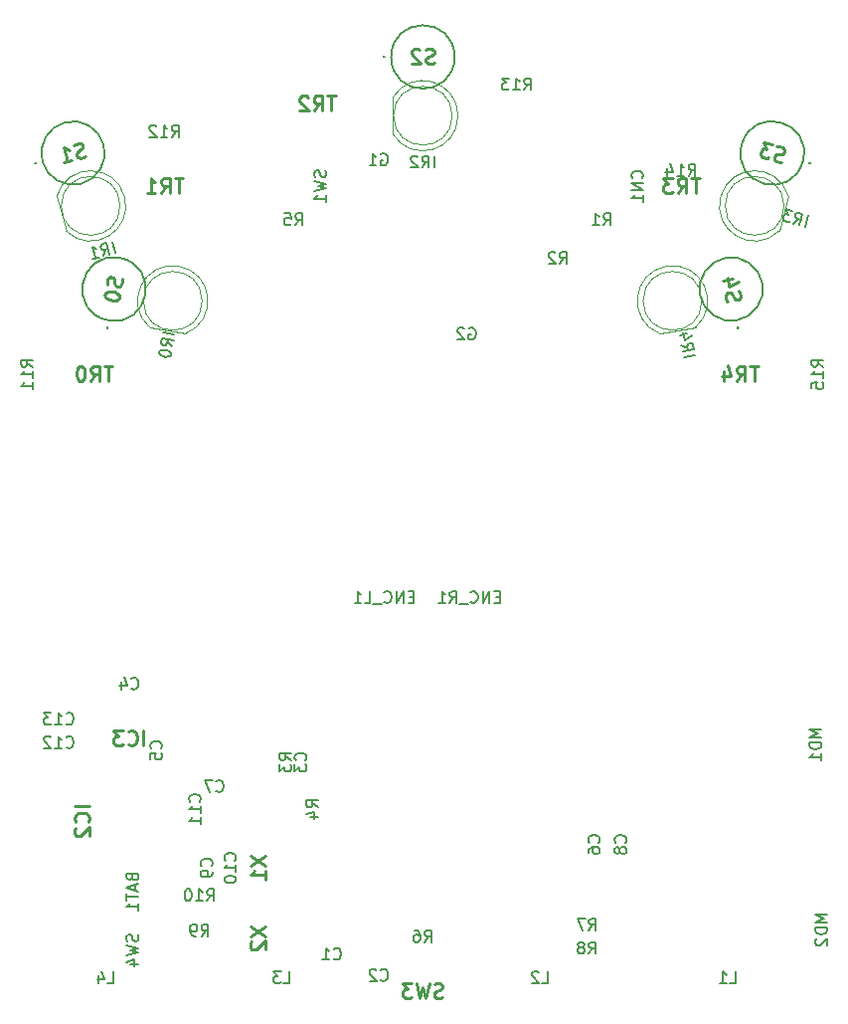
<source format=gbr>
%TF.GenerationSoftware,KiCad,Pcbnew,(5.1.6)-1*%
%TF.CreationDate,2023-05-06T22:04:27+09:00*%
%TF.ProjectId,RX621,52583632-312e-46b6-9963-61645f706362,rev?*%
%TF.SameCoordinates,Original*%
%TF.FileFunction,Legend,Bot*%
%TF.FilePolarity,Positive*%
%FSLAX46Y46*%
G04 Gerber Fmt 4.6, Leading zero omitted, Abs format (unit mm)*
G04 Created by KiCad (PCBNEW (5.1.6)-1) date 2023-05-06 22:04:27*
%MOMM*%
%LPD*%
G01*
G04 APERTURE LIST*
%ADD10C,0.120000*%
%ADD11C,0.200000*%
%ADD12C,0.150000*%
%ADD13C,0.254000*%
G04 APERTURE END LIST*
D10*
%TO.C,IR0*%
X185797522Y-100538688D02*
X182754466Y-100002116D01*
X187220533Y-97749294D02*
G75*
G03*
X187220533Y-97749294I-2500000J0D01*
G01*
X185239287Y-94804639D02*
G75*
G02*
X185797354Y-100538659I-518754J-2944655D01*
G01*
X185240196Y-94804799D02*
G75*
G03*
X182754633Y-100002145I-519663J-2944495D01*
G01*
%TO.C,IR1*%
X175653831Y-91826232D02*
X174854080Y-88841521D01*
X180226726Y-89671300D02*
G75*
G03*
X180226726Y-89671300I-2500000J0D01*
G01*
X180614725Y-88896985D02*
G75*
G02*
X175653787Y-91826068I-2887999J-774315D01*
G01*
X180614965Y-88897877D02*
G75*
G03*
X174854124Y-88841685I-2888239J-773423D01*
G01*
%TO.C,IR2*%
X208520000Y-82000000D02*
G75*
G03*
X208520000Y-82000000I-2500000J0D01*
G01*
X203460000Y-83545000D02*
X203460000Y-80455000D01*
X209010000Y-82000462D02*
G75*
G03*
X203460000Y-80455170I-2990000J462D01*
G01*
X209010000Y-81999538D02*
G75*
G02*
X203460000Y-83544830I-2990000J-462D01*
G01*
%TO.C,IR3*%
X237145920Y-88841521D02*
X236346169Y-91826232D01*
X236773274Y-89671300D02*
G75*
G03*
X236773274Y-89671300I-2500000J0D01*
G01*
X231385035Y-88897877D02*
G75*
G02*
X237145876Y-88841685I2888239J-773423D01*
G01*
X231385275Y-88896985D02*
G75*
G03*
X236346213Y-91826068I2887999J-774315D01*
G01*
%TO.C,IR4*%
X229779467Y-97749294D02*
G75*
G03*
X229779467Y-97749294I-2500000J0D01*
G01*
X229245534Y-100002116D02*
X226202478Y-100538688D01*
X226760713Y-94804639D02*
G75*
G03*
X226202646Y-100538659I518754J-2944655D01*
G01*
X226759804Y-94804799D02*
G75*
G02*
X229245367Y-100002145I519663J-2944495D01*
G01*
D11*
%TO.C,S0*%
X179135339Y-100068096D02*
X179135339Y-100068096D01*
X179152704Y-99969616D02*
X179152704Y-99969616D01*
X179135339Y-100068096D02*
X179135339Y-100068096D01*
X180189383Y-94090313D02*
X180189383Y-94090313D01*
X179251683Y-99408275D02*
X179251683Y-99408275D01*
X180189383Y-94090313D02*
G75*
G03*
X179251683Y-99408275I-468850J-2658981D01*
G01*
X179251683Y-99408275D02*
G75*
G03*
X180189383Y-94090313I468850J2658981D01*
G01*
X179152703Y-99969616D02*
G75*
G03*
X179135339Y-100068096I-8682J-49240D01*
G01*
X179135338Y-100068096D02*
G75*
G03*
X179152704Y-99969616I8683J49240D01*
G01*
X179152703Y-99969616D02*
G75*
G03*
X179135339Y-100068096I-8682J-49240D01*
G01*
%TO.C,S1*%
X173618726Y-85870111D02*
X173618726Y-85870111D01*
X178834726Y-84472488D02*
X178834726Y-84472488D01*
X172971556Y-86043520D02*
X172971556Y-86043520D01*
X173068148Y-86017638D02*
X173068148Y-86017638D01*
X172971556Y-86043520D02*
X172971556Y-86043520D01*
X173068148Y-86017638D02*
G75*
G03*
X172971556Y-86043520I-48296J-12941D01*
G01*
X172971556Y-86043520D02*
G75*
G03*
X173068148Y-86017638I48296J12941D01*
G01*
X173068148Y-86017638D02*
G75*
G03*
X172971556Y-86043520I-48296J-12941D01*
G01*
X173618726Y-85870112D02*
G75*
G03*
X178834726Y-84472488I2608000J698812D01*
G01*
X178834726Y-84472489D02*
G75*
G03*
X173618726Y-85870111I-2608000J-698811D01*
G01*
%TO.C,S2*%
X202650000Y-77000000D02*
X202650000Y-77000000D01*
X202750000Y-77000000D02*
X202750000Y-77000000D01*
X202650000Y-77000000D02*
X202650000Y-77000000D01*
X208720000Y-77000000D02*
X208720000Y-77000000D01*
X203320000Y-77000000D02*
X203320000Y-77000000D01*
X208720000Y-77000000D02*
G75*
G03*
X203320000Y-77000000I-2700000J0D01*
G01*
X203320000Y-77000000D02*
G75*
G03*
X208720000Y-77000000I2700000J0D01*
G01*
X202750000Y-77000000D02*
G75*
G03*
X202650000Y-77000000I-50000J0D01*
G01*
X202650000Y-77000000D02*
G75*
G03*
X202750000Y-77000000I50000J0D01*
G01*
X202750000Y-77000000D02*
G75*
G03*
X202650000Y-77000000I-50000J0D01*
G01*
%TO.C,S3*%
X238381274Y-85870111D02*
X238381274Y-85870111D01*
X233165274Y-84472488D02*
X233165274Y-84472488D01*
X239028444Y-86043520D02*
X239028444Y-86043520D01*
X238931852Y-86017638D02*
X238931852Y-86017638D01*
X239028444Y-86043520D02*
X239028444Y-86043520D01*
X238931852Y-86017638D02*
G75*
G03*
X239028444Y-86043520I48296J-12941D01*
G01*
X239028444Y-86043520D02*
G75*
G03*
X238931852Y-86017638I-48296J12941D01*
G01*
X238931852Y-86017638D02*
G75*
G03*
X239028444Y-86043520I48296J-12941D01*
G01*
X238381274Y-85870112D02*
G75*
G03*
X233165274Y-84472488I-2608000J698812D01*
G01*
X233165274Y-84472489D02*
G75*
G03*
X238381274Y-85870111I2608000J-698811D01*
G01*
%TO.C,S4*%
X232864661Y-100068096D02*
X232864661Y-100068096D01*
X232847296Y-99969616D02*
X232847296Y-99969616D01*
X232864661Y-100068096D02*
X232864661Y-100068096D01*
X231810617Y-94090313D02*
X231810617Y-94090313D01*
X232748317Y-99408275D02*
X232748317Y-99408275D01*
X231810617Y-94090313D02*
G75*
G03*
X232748317Y-99408275I468850J-2658981D01*
G01*
X232748317Y-99408275D02*
G75*
G03*
X231810617Y-94090313I-468850J2658981D01*
G01*
X232847297Y-99969616D02*
G75*
G03*
X232864661Y-100068096I8682J-49240D01*
G01*
X232864662Y-100068096D02*
G75*
G03*
X232847296Y-99969616I-8683J49240D01*
G01*
X232847297Y-99969616D02*
G75*
G03*
X232864661Y-100068096I8682J-49240D01*
G01*
%TO.C,BAT1*%
D12*
X181258571Y-146785714D02*
X181306190Y-146928571D01*
X181353809Y-146976190D01*
X181449047Y-147023809D01*
X181591904Y-147023809D01*
X181687142Y-146976190D01*
X181734761Y-146928571D01*
X181782380Y-146833333D01*
X181782380Y-146452380D01*
X180782380Y-146452380D01*
X180782380Y-146785714D01*
X180830000Y-146880952D01*
X180877619Y-146928571D01*
X180972857Y-146976190D01*
X181068095Y-146976190D01*
X181163333Y-146928571D01*
X181210952Y-146880952D01*
X181258571Y-146785714D01*
X181258571Y-146452380D01*
X181496666Y-147404761D02*
X181496666Y-147880952D01*
X181782380Y-147309523D02*
X180782380Y-147642857D01*
X181782380Y-147976190D01*
X180782380Y-148166666D02*
X180782380Y-148738095D01*
X181782380Y-148452380D02*
X180782380Y-148452380D01*
X181782380Y-149595238D02*
X181782380Y-149023809D01*
X181782380Y-149309523D02*
X180782380Y-149309523D01*
X180925238Y-149214285D01*
X181020476Y-149119047D01*
X181068095Y-149023809D01*
%TO.C,C1*%
X198416666Y-153707142D02*
X198464285Y-153754761D01*
X198607142Y-153802380D01*
X198702380Y-153802380D01*
X198845238Y-153754761D01*
X198940476Y-153659523D01*
X198988095Y-153564285D01*
X199035714Y-153373809D01*
X199035714Y-153230952D01*
X198988095Y-153040476D01*
X198940476Y-152945238D01*
X198845238Y-152850000D01*
X198702380Y-152802380D01*
X198607142Y-152802380D01*
X198464285Y-152850000D01*
X198416666Y-152897619D01*
X197464285Y-153802380D02*
X198035714Y-153802380D01*
X197750000Y-153802380D02*
X197750000Y-152802380D01*
X197845238Y-152945238D01*
X197940476Y-153040476D01*
X198035714Y-153088095D01*
%TO.C,C2*%
X202416666Y-155507142D02*
X202464285Y-155554761D01*
X202607142Y-155602380D01*
X202702380Y-155602380D01*
X202845238Y-155554761D01*
X202940476Y-155459523D01*
X202988095Y-155364285D01*
X203035714Y-155173809D01*
X203035714Y-155030952D01*
X202988095Y-154840476D01*
X202940476Y-154745238D01*
X202845238Y-154650000D01*
X202702380Y-154602380D01*
X202607142Y-154602380D01*
X202464285Y-154650000D01*
X202416666Y-154697619D01*
X202035714Y-154697619D02*
X201988095Y-154650000D01*
X201892857Y-154602380D01*
X201654761Y-154602380D01*
X201559523Y-154650000D01*
X201511904Y-154697619D01*
X201464285Y-154792857D01*
X201464285Y-154888095D01*
X201511904Y-155030952D01*
X202083333Y-155602380D01*
X201464285Y-155602380D01*
%TO.C,C3*%
X196007142Y-136833333D02*
X196054761Y-136785714D01*
X196102380Y-136642857D01*
X196102380Y-136547619D01*
X196054761Y-136404761D01*
X195959523Y-136309523D01*
X195864285Y-136261904D01*
X195673809Y-136214285D01*
X195530952Y-136214285D01*
X195340476Y-136261904D01*
X195245238Y-136309523D01*
X195150000Y-136404761D01*
X195102380Y-136547619D01*
X195102380Y-136642857D01*
X195150000Y-136785714D01*
X195197619Y-136833333D01*
X195102380Y-137166666D02*
X195102380Y-137785714D01*
X195483333Y-137452380D01*
X195483333Y-137595238D01*
X195530952Y-137690476D01*
X195578571Y-137738095D01*
X195673809Y-137785714D01*
X195911904Y-137785714D01*
X196007142Y-137738095D01*
X196054761Y-137690476D01*
X196102380Y-137595238D01*
X196102380Y-137309523D01*
X196054761Y-137214285D01*
X196007142Y-137166666D01*
%TO.C,C4*%
X181191666Y-130707142D02*
X181239285Y-130754761D01*
X181382142Y-130802380D01*
X181477380Y-130802380D01*
X181620238Y-130754761D01*
X181715476Y-130659523D01*
X181763095Y-130564285D01*
X181810714Y-130373809D01*
X181810714Y-130230952D01*
X181763095Y-130040476D01*
X181715476Y-129945238D01*
X181620238Y-129850000D01*
X181477380Y-129802380D01*
X181382142Y-129802380D01*
X181239285Y-129850000D01*
X181191666Y-129897619D01*
X180334523Y-130135714D02*
X180334523Y-130802380D01*
X180572619Y-129754761D02*
X180810714Y-130469047D01*
X180191666Y-130469047D01*
%TO.C,C5*%
X183707142Y-135833333D02*
X183754761Y-135785714D01*
X183802380Y-135642857D01*
X183802380Y-135547619D01*
X183754761Y-135404761D01*
X183659523Y-135309523D01*
X183564285Y-135261904D01*
X183373809Y-135214285D01*
X183230952Y-135214285D01*
X183040476Y-135261904D01*
X182945238Y-135309523D01*
X182850000Y-135404761D01*
X182802380Y-135547619D01*
X182802380Y-135642857D01*
X182850000Y-135785714D01*
X182897619Y-135833333D01*
X182802380Y-136738095D02*
X182802380Y-136261904D01*
X183278571Y-136214285D01*
X183230952Y-136261904D01*
X183183333Y-136357142D01*
X183183333Y-136595238D01*
X183230952Y-136690476D01*
X183278571Y-136738095D01*
X183373809Y-136785714D01*
X183611904Y-136785714D01*
X183707142Y-136738095D01*
X183754761Y-136690476D01*
X183802380Y-136595238D01*
X183802380Y-136357142D01*
X183754761Y-136261904D01*
X183707142Y-136214285D01*
%TO.C,C6*%
X221007142Y-143833333D02*
X221054761Y-143785714D01*
X221102380Y-143642857D01*
X221102380Y-143547619D01*
X221054761Y-143404761D01*
X220959523Y-143309523D01*
X220864285Y-143261904D01*
X220673809Y-143214285D01*
X220530952Y-143214285D01*
X220340476Y-143261904D01*
X220245238Y-143309523D01*
X220150000Y-143404761D01*
X220102380Y-143547619D01*
X220102380Y-143642857D01*
X220150000Y-143785714D01*
X220197619Y-143833333D01*
X220102380Y-144690476D02*
X220102380Y-144500000D01*
X220150000Y-144404761D01*
X220197619Y-144357142D01*
X220340476Y-144261904D01*
X220530952Y-144214285D01*
X220911904Y-144214285D01*
X221007142Y-144261904D01*
X221054761Y-144309523D01*
X221102380Y-144404761D01*
X221102380Y-144595238D01*
X221054761Y-144690476D01*
X221007142Y-144738095D01*
X220911904Y-144785714D01*
X220673809Y-144785714D01*
X220578571Y-144738095D01*
X220530952Y-144690476D01*
X220483333Y-144595238D01*
X220483333Y-144404761D01*
X220530952Y-144309523D01*
X220578571Y-144261904D01*
X220673809Y-144214285D01*
%TO.C,C7*%
X188416666Y-139457142D02*
X188464285Y-139504761D01*
X188607142Y-139552380D01*
X188702380Y-139552380D01*
X188845238Y-139504761D01*
X188940476Y-139409523D01*
X188988095Y-139314285D01*
X189035714Y-139123809D01*
X189035714Y-138980952D01*
X188988095Y-138790476D01*
X188940476Y-138695238D01*
X188845238Y-138600000D01*
X188702380Y-138552380D01*
X188607142Y-138552380D01*
X188464285Y-138600000D01*
X188416666Y-138647619D01*
X188083333Y-138552380D02*
X187416666Y-138552380D01*
X187845238Y-139552380D01*
%TO.C,C8*%
X223257142Y-143833333D02*
X223304761Y-143785714D01*
X223352380Y-143642857D01*
X223352380Y-143547619D01*
X223304761Y-143404761D01*
X223209523Y-143309523D01*
X223114285Y-143261904D01*
X222923809Y-143214285D01*
X222780952Y-143214285D01*
X222590476Y-143261904D01*
X222495238Y-143309523D01*
X222400000Y-143404761D01*
X222352380Y-143547619D01*
X222352380Y-143642857D01*
X222400000Y-143785714D01*
X222447619Y-143833333D01*
X222780952Y-144404761D02*
X222733333Y-144309523D01*
X222685714Y-144261904D01*
X222590476Y-144214285D01*
X222542857Y-144214285D01*
X222447619Y-144261904D01*
X222400000Y-144309523D01*
X222352380Y-144404761D01*
X222352380Y-144595238D01*
X222400000Y-144690476D01*
X222447619Y-144738095D01*
X222542857Y-144785714D01*
X222590476Y-144785714D01*
X222685714Y-144738095D01*
X222733333Y-144690476D01*
X222780952Y-144595238D01*
X222780952Y-144404761D01*
X222828571Y-144309523D01*
X222876190Y-144261904D01*
X222971428Y-144214285D01*
X223161904Y-144214285D01*
X223257142Y-144261904D01*
X223304761Y-144309523D01*
X223352380Y-144404761D01*
X223352380Y-144595238D01*
X223304761Y-144690476D01*
X223257142Y-144738095D01*
X223161904Y-144785714D01*
X222971428Y-144785714D01*
X222876190Y-144738095D01*
X222828571Y-144690476D01*
X222780952Y-144595238D01*
%TO.C,C9*%
X188007142Y-145833333D02*
X188054761Y-145785714D01*
X188102380Y-145642857D01*
X188102380Y-145547619D01*
X188054761Y-145404761D01*
X187959523Y-145309523D01*
X187864285Y-145261904D01*
X187673809Y-145214285D01*
X187530952Y-145214285D01*
X187340476Y-145261904D01*
X187245238Y-145309523D01*
X187150000Y-145404761D01*
X187102380Y-145547619D01*
X187102380Y-145642857D01*
X187150000Y-145785714D01*
X187197619Y-145833333D01*
X188102380Y-146309523D02*
X188102380Y-146500000D01*
X188054761Y-146595238D01*
X188007142Y-146642857D01*
X187864285Y-146738095D01*
X187673809Y-146785714D01*
X187292857Y-146785714D01*
X187197619Y-146738095D01*
X187150000Y-146690476D01*
X187102380Y-146595238D01*
X187102380Y-146404761D01*
X187150000Y-146309523D01*
X187197619Y-146261904D01*
X187292857Y-146214285D01*
X187530952Y-146214285D01*
X187626190Y-146261904D01*
X187673809Y-146309523D01*
X187721428Y-146404761D01*
X187721428Y-146595238D01*
X187673809Y-146690476D01*
X187626190Y-146738095D01*
X187530952Y-146785714D01*
%TO.C,C10*%
X190007142Y-145357142D02*
X190054761Y-145309523D01*
X190102380Y-145166666D01*
X190102380Y-145071428D01*
X190054761Y-144928571D01*
X189959523Y-144833333D01*
X189864285Y-144785714D01*
X189673809Y-144738095D01*
X189530952Y-144738095D01*
X189340476Y-144785714D01*
X189245238Y-144833333D01*
X189150000Y-144928571D01*
X189102380Y-145071428D01*
X189102380Y-145166666D01*
X189150000Y-145309523D01*
X189197619Y-145357142D01*
X190102380Y-146309523D02*
X190102380Y-145738095D01*
X190102380Y-146023809D02*
X189102380Y-146023809D01*
X189245238Y-145928571D01*
X189340476Y-145833333D01*
X189388095Y-145738095D01*
X189102380Y-146928571D02*
X189102380Y-147023809D01*
X189150000Y-147119047D01*
X189197619Y-147166666D01*
X189292857Y-147214285D01*
X189483333Y-147261904D01*
X189721428Y-147261904D01*
X189911904Y-147214285D01*
X190007142Y-147166666D01*
X190054761Y-147119047D01*
X190102380Y-147023809D01*
X190102380Y-146928571D01*
X190054761Y-146833333D01*
X190007142Y-146785714D01*
X189911904Y-146738095D01*
X189721428Y-146690476D01*
X189483333Y-146690476D01*
X189292857Y-146738095D01*
X189197619Y-146785714D01*
X189150000Y-146833333D01*
X189102380Y-146928571D01*
%TO.C,C11*%
X187007142Y-140357142D02*
X187054761Y-140309523D01*
X187102380Y-140166666D01*
X187102380Y-140071428D01*
X187054761Y-139928571D01*
X186959523Y-139833333D01*
X186864285Y-139785714D01*
X186673809Y-139738095D01*
X186530952Y-139738095D01*
X186340476Y-139785714D01*
X186245238Y-139833333D01*
X186150000Y-139928571D01*
X186102380Y-140071428D01*
X186102380Y-140166666D01*
X186150000Y-140309523D01*
X186197619Y-140357142D01*
X187102380Y-141309523D02*
X187102380Y-140738095D01*
X187102380Y-141023809D02*
X186102380Y-141023809D01*
X186245238Y-140928571D01*
X186340476Y-140833333D01*
X186388095Y-140738095D01*
X187102380Y-142261904D02*
X187102380Y-141690476D01*
X187102380Y-141976190D02*
X186102380Y-141976190D01*
X186245238Y-141880952D01*
X186340476Y-141785714D01*
X186388095Y-141690476D01*
%TO.C,C12*%
X175642857Y-135707142D02*
X175690476Y-135754761D01*
X175833333Y-135802380D01*
X175928571Y-135802380D01*
X176071428Y-135754761D01*
X176166666Y-135659523D01*
X176214285Y-135564285D01*
X176261904Y-135373809D01*
X176261904Y-135230952D01*
X176214285Y-135040476D01*
X176166666Y-134945238D01*
X176071428Y-134850000D01*
X175928571Y-134802380D01*
X175833333Y-134802380D01*
X175690476Y-134850000D01*
X175642857Y-134897619D01*
X174690476Y-135802380D02*
X175261904Y-135802380D01*
X174976190Y-135802380D02*
X174976190Y-134802380D01*
X175071428Y-134945238D01*
X175166666Y-135040476D01*
X175261904Y-135088095D01*
X174309523Y-134897619D02*
X174261904Y-134850000D01*
X174166666Y-134802380D01*
X173928571Y-134802380D01*
X173833333Y-134850000D01*
X173785714Y-134897619D01*
X173738095Y-134992857D01*
X173738095Y-135088095D01*
X173785714Y-135230952D01*
X174357142Y-135802380D01*
X173738095Y-135802380D01*
%TO.C,C13*%
X175642857Y-133707142D02*
X175690476Y-133754761D01*
X175833333Y-133802380D01*
X175928571Y-133802380D01*
X176071428Y-133754761D01*
X176166666Y-133659523D01*
X176214285Y-133564285D01*
X176261904Y-133373809D01*
X176261904Y-133230952D01*
X176214285Y-133040476D01*
X176166666Y-132945238D01*
X176071428Y-132850000D01*
X175928571Y-132802380D01*
X175833333Y-132802380D01*
X175690476Y-132850000D01*
X175642857Y-132897619D01*
X174690476Y-133802380D02*
X175261904Y-133802380D01*
X174976190Y-133802380D02*
X174976190Y-132802380D01*
X175071428Y-132945238D01*
X175166666Y-133040476D01*
X175261904Y-133088095D01*
X174357142Y-132802380D02*
X173738095Y-132802380D01*
X174071428Y-133183333D01*
X173928571Y-133183333D01*
X173833333Y-133230952D01*
X173785714Y-133278571D01*
X173738095Y-133373809D01*
X173738095Y-133611904D01*
X173785714Y-133707142D01*
X173833333Y-133754761D01*
X173928571Y-133802380D01*
X174214285Y-133802380D01*
X174309523Y-133754761D01*
X174357142Y-133707142D01*
%TO.C,CN1*%
X224687142Y-87309523D02*
X224734761Y-87261904D01*
X224782380Y-87119047D01*
X224782380Y-87023809D01*
X224734761Y-86880952D01*
X224639523Y-86785714D01*
X224544285Y-86738095D01*
X224353809Y-86690476D01*
X224210952Y-86690476D01*
X224020476Y-86738095D01*
X223925238Y-86785714D01*
X223830000Y-86880952D01*
X223782380Y-87023809D01*
X223782380Y-87119047D01*
X223830000Y-87261904D01*
X223877619Y-87309523D01*
X224782380Y-87738095D02*
X223782380Y-87738095D01*
X224782380Y-88309523D01*
X223782380Y-88309523D01*
X224782380Y-89309523D02*
X224782380Y-88738095D01*
X224782380Y-89023809D02*
X223782380Y-89023809D01*
X223925238Y-88928571D01*
X224020476Y-88833333D01*
X224068095Y-88738095D01*
%TO.C,ENC_L1*%
X205250000Y-122928571D02*
X204916666Y-122928571D01*
X204773809Y-123452380D02*
X205250000Y-123452380D01*
X205250000Y-122452380D01*
X204773809Y-122452380D01*
X204345238Y-123452380D02*
X204345238Y-122452380D01*
X203773809Y-123452380D01*
X203773809Y-122452380D01*
X202726190Y-123357142D02*
X202773809Y-123404761D01*
X202916666Y-123452380D01*
X203011904Y-123452380D01*
X203154761Y-123404761D01*
X203250000Y-123309523D01*
X203297619Y-123214285D01*
X203345238Y-123023809D01*
X203345238Y-122880952D01*
X203297619Y-122690476D01*
X203250000Y-122595238D01*
X203154761Y-122500000D01*
X203011904Y-122452380D01*
X202916666Y-122452380D01*
X202773809Y-122500000D01*
X202726190Y-122547619D01*
X202535714Y-123547619D02*
X201773809Y-123547619D01*
X201059523Y-123452380D02*
X201535714Y-123452380D01*
X201535714Y-122452380D01*
X200202380Y-123452380D02*
X200773809Y-123452380D01*
X200488095Y-123452380D02*
X200488095Y-122452380D01*
X200583333Y-122595238D01*
X200678571Y-122690476D01*
X200773809Y-122738095D01*
%TO.C,ENC_R1*%
X212595238Y-122928571D02*
X212261904Y-122928571D01*
X212119047Y-123452380D02*
X212595238Y-123452380D01*
X212595238Y-122452380D01*
X212119047Y-122452380D01*
X211690476Y-123452380D02*
X211690476Y-122452380D01*
X211119047Y-123452380D01*
X211119047Y-122452380D01*
X210071428Y-123357142D02*
X210119047Y-123404761D01*
X210261904Y-123452380D01*
X210357142Y-123452380D01*
X210500000Y-123404761D01*
X210595238Y-123309523D01*
X210642857Y-123214285D01*
X210690476Y-123023809D01*
X210690476Y-122880952D01*
X210642857Y-122690476D01*
X210595238Y-122595238D01*
X210500000Y-122500000D01*
X210357142Y-122452380D01*
X210261904Y-122452380D01*
X210119047Y-122500000D01*
X210071428Y-122547619D01*
X209880952Y-123547619D02*
X209119047Y-123547619D01*
X208309523Y-123452380D02*
X208642857Y-122976190D01*
X208880952Y-123452380D02*
X208880952Y-122452380D01*
X208500000Y-122452380D01*
X208404761Y-122500000D01*
X208357142Y-122547619D01*
X208309523Y-122642857D01*
X208309523Y-122785714D01*
X208357142Y-122880952D01*
X208404761Y-122928571D01*
X208500000Y-122976190D01*
X208880952Y-122976190D01*
X207357142Y-123452380D02*
X207928571Y-123452380D01*
X207642857Y-123452380D02*
X207642857Y-122452380D01*
X207738095Y-122595238D01*
X207833333Y-122690476D01*
X207928571Y-122738095D01*
%TO.C,G1*%
X202464285Y-85270000D02*
X202559523Y-85222380D01*
X202702380Y-85222380D01*
X202845238Y-85270000D01*
X202940476Y-85365238D01*
X202988095Y-85460476D01*
X203035714Y-85650952D01*
X203035714Y-85793809D01*
X202988095Y-85984285D01*
X202940476Y-86079523D01*
X202845238Y-86174761D01*
X202702380Y-86222380D01*
X202607142Y-86222380D01*
X202464285Y-86174761D01*
X202416666Y-86127142D01*
X202416666Y-85793809D01*
X202607142Y-85793809D01*
X201464285Y-86222380D02*
X202035714Y-86222380D01*
X201750000Y-86222380D02*
X201750000Y-85222380D01*
X201845238Y-85365238D01*
X201940476Y-85460476D01*
X202035714Y-85508095D01*
%TO.C,G2*%
X209964285Y-100080000D02*
X210059523Y-100032380D01*
X210202380Y-100032380D01*
X210345238Y-100080000D01*
X210440476Y-100175238D01*
X210488095Y-100270476D01*
X210535714Y-100460952D01*
X210535714Y-100603809D01*
X210488095Y-100794285D01*
X210440476Y-100889523D01*
X210345238Y-100984761D01*
X210202380Y-101032380D01*
X210107142Y-101032380D01*
X209964285Y-100984761D01*
X209916666Y-100937142D01*
X209916666Y-100603809D01*
X210107142Y-100603809D01*
X209535714Y-100127619D02*
X209488095Y-100080000D01*
X209392857Y-100032380D01*
X209154761Y-100032380D01*
X209059523Y-100080000D01*
X209011904Y-100127619D01*
X208964285Y-100222857D01*
X208964285Y-100318095D01*
X209011904Y-100460952D01*
X209583333Y-101032380D01*
X208964285Y-101032380D01*
%TO.C,IC2*%
D13*
X177629523Y-140760238D02*
X176359523Y-140760238D01*
X177508571Y-142090714D02*
X177569047Y-142030238D01*
X177629523Y-141848809D01*
X177629523Y-141727857D01*
X177569047Y-141546428D01*
X177448095Y-141425476D01*
X177327142Y-141365000D01*
X177085238Y-141304523D01*
X176903809Y-141304523D01*
X176661904Y-141365000D01*
X176540952Y-141425476D01*
X176420000Y-141546428D01*
X176359523Y-141727857D01*
X176359523Y-141848809D01*
X176420000Y-142030238D01*
X176480476Y-142090714D01*
X176480476Y-142574523D02*
X176420000Y-142635000D01*
X176359523Y-142755952D01*
X176359523Y-143058333D01*
X176420000Y-143179285D01*
X176480476Y-143239761D01*
X176601428Y-143300238D01*
X176722380Y-143300238D01*
X176903809Y-143239761D01*
X177629523Y-142514047D01*
X177629523Y-143300238D01*
%TO.C,IC3*%
X182239761Y-135574523D02*
X182239761Y-134304523D01*
X180909285Y-135453571D02*
X180969761Y-135514047D01*
X181151190Y-135574523D01*
X181272142Y-135574523D01*
X181453571Y-135514047D01*
X181574523Y-135393095D01*
X181635000Y-135272142D01*
X181695476Y-135030238D01*
X181695476Y-134848809D01*
X181635000Y-134606904D01*
X181574523Y-134485952D01*
X181453571Y-134365000D01*
X181272142Y-134304523D01*
X181151190Y-134304523D01*
X180969761Y-134365000D01*
X180909285Y-134425476D01*
X180485952Y-134304523D02*
X179699761Y-134304523D01*
X180123095Y-134788333D01*
X179941666Y-134788333D01*
X179820714Y-134848809D01*
X179760238Y-134909285D01*
X179699761Y-135030238D01*
X179699761Y-135332619D01*
X179760238Y-135453571D01*
X179820714Y-135514047D01*
X179941666Y-135574523D01*
X180304523Y-135574523D01*
X180425476Y-135514047D01*
X180485952Y-135453571D01*
%TO.C,IR0*%
D12*
X184865022Y-100617195D02*
X183880215Y-100443547D01*
X184683105Y-101648898D02*
X184272032Y-101237939D01*
X184782333Y-101086151D02*
X183797525Y-100912503D01*
X183731373Y-101287667D01*
X183761731Y-101389728D01*
X183800358Y-101444892D01*
X183885880Y-101508326D01*
X184026567Y-101533133D01*
X184128627Y-101502775D01*
X184183792Y-101464148D01*
X184247225Y-101378626D01*
X184313377Y-101003461D01*
X183590801Y-102084893D02*
X183574263Y-102178684D01*
X183604621Y-102280744D01*
X183643247Y-102335909D01*
X183728770Y-102399342D01*
X183908083Y-102479314D01*
X184142561Y-102520658D01*
X184338413Y-102506839D01*
X184440473Y-102476481D01*
X184495637Y-102437854D01*
X184559071Y-102352332D01*
X184575609Y-102258541D01*
X184545251Y-102156481D01*
X184506625Y-102101316D01*
X184421102Y-102037883D01*
X184241789Y-101957911D01*
X184007311Y-101916566D01*
X183811459Y-101930386D01*
X183709399Y-101960744D01*
X183654235Y-101999371D01*
X183590801Y-102084893D01*
%TO.C,IR1*%
X179811661Y-93680675D02*
X179552842Y-92714749D01*
X178799739Y-93951819D02*
X178998467Y-93405581D01*
X179351696Y-93803922D02*
X179092877Y-92837997D01*
X178724905Y-92936594D01*
X178645237Y-93007240D01*
X178611565Y-93065561D01*
X178590218Y-93169879D01*
X178627193Y-93307868D01*
X178697838Y-93387537D01*
X178756160Y-93421208D01*
X178860477Y-93442555D01*
X179228449Y-93343958D01*
X177879809Y-94198313D02*
X178431767Y-94050417D01*
X178155788Y-94124365D02*
X177896969Y-93158439D01*
X178025936Y-93271779D01*
X178142578Y-93339123D01*
X178246896Y-93360470D01*
%TO.C,IR2*%
X206996190Y-86412380D02*
X206996190Y-85412380D01*
X205948571Y-86412380D02*
X206281904Y-85936190D01*
X206520000Y-86412380D02*
X206520000Y-85412380D01*
X206139047Y-85412380D01*
X206043809Y-85460000D01*
X205996190Y-85507619D01*
X205948571Y-85602857D01*
X205948571Y-85745714D01*
X205996190Y-85840952D01*
X206043809Y-85888571D01*
X206139047Y-85936190D01*
X206520000Y-85936190D01*
X205567619Y-85507619D02*
X205520000Y-85460000D01*
X205424761Y-85412380D01*
X205186666Y-85412380D01*
X205091428Y-85460000D01*
X205043809Y-85507619D01*
X204996190Y-85602857D01*
X204996190Y-85698095D01*
X205043809Y-85840952D01*
X205615238Y-86412380D01*
X204996190Y-86412380D01*
%TO.C,IR3*%
X238575841Y-91439623D02*
X238834660Y-90473697D01*
X237563919Y-91168479D02*
X238009141Y-90794787D01*
X238115877Y-91316375D02*
X238374696Y-90350450D01*
X238006724Y-90251852D01*
X237902406Y-90273199D01*
X237844085Y-90306871D01*
X237773439Y-90386539D01*
X237736465Y-90524528D01*
X237757812Y-90628846D01*
X237791484Y-90687167D01*
X237871152Y-90757813D01*
X238239124Y-90856411D01*
X237500763Y-90116280D02*
X236902809Y-89956059D01*
X237126186Y-90410303D01*
X236988197Y-90373329D01*
X236883879Y-90394676D01*
X236825558Y-90428348D01*
X236754912Y-90508016D01*
X236693288Y-90737999D01*
X236714636Y-90842316D01*
X236748307Y-90900638D01*
X236827976Y-90971283D01*
X237103954Y-91045232D01*
X237208272Y-91023885D01*
X237266593Y-90990213D01*
%TO.C,IR4*%
X228224005Y-102539915D02*
X229208813Y-102366266D01*
X228042088Y-101508211D02*
X228568927Y-101753791D01*
X228141315Y-102070959D02*
X229126123Y-101897310D01*
X229059971Y-101522145D01*
X228996538Y-101436623D01*
X228941373Y-101397997D01*
X228839313Y-101367639D01*
X228698626Y-101392446D01*
X228613104Y-101455879D01*
X228574477Y-101511044D01*
X228544120Y-101613104D01*
X228610271Y-101988269D01*
X228549785Y-100548325D02*
X227893246Y-100664090D01*
X228966295Y-100716651D02*
X228304205Y-101075164D01*
X228196709Y-100465521D01*
%TO.C,L1*%
X232166666Y-155802380D02*
X232642857Y-155802380D01*
X232642857Y-154802380D01*
X231309523Y-155802380D02*
X231880952Y-155802380D01*
X231595238Y-155802380D02*
X231595238Y-154802380D01*
X231690476Y-154945238D01*
X231785714Y-155040476D01*
X231880952Y-155088095D01*
%TO.C,L2*%
X216166666Y-155802380D02*
X216642857Y-155802380D01*
X216642857Y-154802380D01*
X215880952Y-154897619D02*
X215833333Y-154850000D01*
X215738095Y-154802380D01*
X215500000Y-154802380D01*
X215404761Y-154850000D01*
X215357142Y-154897619D01*
X215309523Y-154992857D01*
X215309523Y-155088095D01*
X215357142Y-155230952D01*
X215928571Y-155802380D01*
X215309523Y-155802380D01*
%TO.C,L3*%
X194166666Y-155802380D02*
X194642857Y-155802380D01*
X194642857Y-154802380D01*
X193928571Y-154802380D02*
X193309523Y-154802380D01*
X193642857Y-155183333D01*
X193500000Y-155183333D01*
X193404761Y-155230952D01*
X193357142Y-155278571D01*
X193309523Y-155373809D01*
X193309523Y-155611904D01*
X193357142Y-155707142D01*
X193404761Y-155754761D01*
X193500000Y-155802380D01*
X193785714Y-155802380D01*
X193880952Y-155754761D01*
X193928571Y-155707142D01*
%TO.C,L4*%
X179166666Y-155802380D02*
X179642857Y-155802380D01*
X179642857Y-154802380D01*
X178404761Y-155135714D02*
X178404761Y-155802380D01*
X178642857Y-154754761D02*
X178880952Y-155469047D01*
X178261904Y-155469047D01*
%TO.C,MD1*%
X239952380Y-134190476D02*
X238952380Y-134190476D01*
X239666666Y-134523809D01*
X238952380Y-134857142D01*
X239952380Y-134857142D01*
X239952380Y-135333333D02*
X238952380Y-135333333D01*
X238952380Y-135571428D01*
X239000000Y-135714285D01*
X239095238Y-135809523D01*
X239190476Y-135857142D01*
X239380952Y-135904761D01*
X239523809Y-135904761D01*
X239714285Y-135857142D01*
X239809523Y-135809523D01*
X239904761Y-135714285D01*
X239952380Y-135571428D01*
X239952380Y-135333333D01*
X239952380Y-136857142D02*
X239952380Y-136285714D01*
X239952380Y-136571428D02*
X238952380Y-136571428D01*
X239095238Y-136476190D01*
X239190476Y-136380952D01*
X239238095Y-136285714D01*
%TO.C,MD2*%
X240452380Y-149940476D02*
X239452380Y-149940476D01*
X240166666Y-150273809D01*
X239452380Y-150607142D01*
X240452380Y-150607142D01*
X240452380Y-151083333D02*
X239452380Y-151083333D01*
X239452380Y-151321428D01*
X239500000Y-151464285D01*
X239595238Y-151559523D01*
X239690476Y-151607142D01*
X239880952Y-151654761D01*
X240023809Y-151654761D01*
X240214285Y-151607142D01*
X240309523Y-151559523D01*
X240404761Y-151464285D01*
X240452380Y-151321428D01*
X240452380Y-151083333D01*
X239547619Y-152035714D02*
X239500000Y-152083333D01*
X239452380Y-152178571D01*
X239452380Y-152416666D01*
X239500000Y-152511904D01*
X239547619Y-152559523D01*
X239642857Y-152607142D01*
X239738095Y-152607142D01*
X239880952Y-152559523D01*
X240452380Y-151988095D01*
X240452380Y-152607142D01*
%TO.C,R1*%
X221416666Y-91302380D02*
X221750000Y-90826190D01*
X221988095Y-91302380D02*
X221988095Y-90302380D01*
X221607142Y-90302380D01*
X221511904Y-90350000D01*
X221464285Y-90397619D01*
X221416666Y-90492857D01*
X221416666Y-90635714D01*
X221464285Y-90730952D01*
X221511904Y-90778571D01*
X221607142Y-90826190D01*
X221988095Y-90826190D01*
X220464285Y-91302380D02*
X221035714Y-91302380D01*
X220750000Y-91302380D02*
X220750000Y-90302380D01*
X220845238Y-90445238D01*
X220940476Y-90540476D01*
X221035714Y-90588095D01*
%TO.C,R2*%
X217666666Y-94602380D02*
X218000000Y-94126190D01*
X218238095Y-94602380D02*
X218238095Y-93602380D01*
X217857142Y-93602380D01*
X217761904Y-93650000D01*
X217714285Y-93697619D01*
X217666666Y-93792857D01*
X217666666Y-93935714D01*
X217714285Y-94030952D01*
X217761904Y-94078571D01*
X217857142Y-94126190D01*
X218238095Y-94126190D01*
X217285714Y-93697619D02*
X217238095Y-93650000D01*
X217142857Y-93602380D01*
X216904761Y-93602380D01*
X216809523Y-93650000D01*
X216761904Y-93697619D01*
X216714285Y-93792857D01*
X216714285Y-93888095D01*
X216761904Y-94030952D01*
X217333333Y-94602380D01*
X216714285Y-94602380D01*
%TO.C,R3*%
X194802380Y-136833333D02*
X194326190Y-136500000D01*
X194802380Y-136261904D02*
X193802380Y-136261904D01*
X193802380Y-136642857D01*
X193850000Y-136738095D01*
X193897619Y-136785714D01*
X193992857Y-136833333D01*
X194135714Y-136833333D01*
X194230952Y-136785714D01*
X194278571Y-136738095D01*
X194326190Y-136642857D01*
X194326190Y-136261904D01*
X193802380Y-137166666D02*
X193802380Y-137785714D01*
X194183333Y-137452380D01*
X194183333Y-137595238D01*
X194230952Y-137690476D01*
X194278571Y-137738095D01*
X194373809Y-137785714D01*
X194611904Y-137785714D01*
X194707142Y-137738095D01*
X194754761Y-137690476D01*
X194802380Y-137595238D01*
X194802380Y-137309523D01*
X194754761Y-137214285D01*
X194707142Y-137166666D01*
%TO.C,R4*%
X197102380Y-140833333D02*
X196626190Y-140500000D01*
X197102380Y-140261904D02*
X196102380Y-140261904D01*
X196102380Y-140642857D01*
X196150000Y-140738095D01*
X196197619Y-140785714D01*
X196292857Y-140833333D01*
X196435714Y-140833333D01*
X196530952Y-140785714D01*
X196578571Y-140738095D01*
X196626190Y-140642857D01*
X196626190Y-140261904D01*
X196435714Y-141690476D02*
X197102380Y-141690476D01*
X196054761Y-141452380D02*
X196769047Y-141214285D01*
X196769047Y-141833333D01*
%TO.C,R5*%
X195166666Y-91302380D02*
X195500000Y-90826190D01*
X195738095Y-91302380D02*
X195738095Y-90302380D01*
X195357142Y-90302380D01*
X195261904Y-90350000D01*
X195214285Y-90397619D01*
X195166666Y-90492857D01*
X195166666Y-90635714D01*
X195214285Y-90730952D01*
X195261904Y-90778571D01*
X195357142Y-90826190D01*
X195738095Y-90826190D01*
X194261904Y-90302380D02*
X194738095Y-90302380D01*
X194785714Y-90778571D01*
X194738095Y-90730952D01*
X194642857Y-90683333D01*
X194404761Y-90683333D01*
X194309523Y-90730952D01*
X194261904Y-90778571D01*
X194214285Y-90873809D01*
X194214285Y-91111904D01*
X194261904Y-91207142D01*
X194309523Y-91254761D01*
X194404761Y-91302380D01*
X194642857Y-91302380D01*
X194738095Y-91254761D01*
X194785714Y-91207142D01*
%TO.C,R6*%
X206166666Y-152302380D02*
X206500000Y-151826190D01*
X206738095Y-152302380D02*
X206738095Y-151302380D01*
X206357142Y-151302380D01*
X206261904Y-151350000D01*
X206214285Y-151397619D01*
X206166666Y-151492857D01*
X206166666Y-151635714D01*
X206214285Y-151730952D01*
X206261904Y-151778571D01*
X206357142Y-151826190D01*
X206738095Y-151826190D01*
X205309523Y-151302380D02*
X205500000Y-151302380D01*
X205595238Y-151350000D01*
X205642857Y-151397619D01*
X205738095Y-151540476D01*
X205785714Y-151730952D01*
X205785714Y-152111904D01*
X205738095Y-152207142D01*
X205690476Y-152254761D01*
X205595238Y-152302380D01*
X205404761Y-152302380D01*
X205309523Y-152254761D01*
X205261904Y-152207142D01*
X205214285Y-152111904D01*
X205214285Y-151873809D01*
X205261904Y-151778571D01*
X205309523Y-151730952D01*
X205404761Y-151683333D01*
X205595238Y-151683333D01*
X205690476Y-151730952D01*
X205738095Y-151778571D01*
X205785714Y-151873809D01*
%TO.C,R7*%
X220166666Y-151302380D02*
X220500000Y-150826190D01*
X220738095Y-151302380D02*
X220738095Y-150302380D01*
X220357142Y-150302380D01*
X220261904Y-150350000D01*
X220214285Y-150397619D01*
X220166666Y-150492857D01*
X220166666Y-150635714D01*
X220214285Y-150730952D01*
X220261904Y-150778571D01*
X220357142Y-150826190D01*
X220738095Y-150826190D01*
X219833333Y-150302380D02*
X219166666Y-150302380D01*
X219595238Y-151302380D01*
%TO.C,R8*%
X220166666Y-153302380D02*
X220500000Y-152826190D01*
X220738095Y-153302380D02*
X220738095Y-152302380D01*
X220357142Y-152302380D01*
X220261904Y-152350000D01*
X220214285Y-152397619D01*
X220166666Y-152492857D01*
X220166666Y-152635714D01*
X220214285Y-152730952D01*
X220261904Y-152778571D01*
X220357142Y-152826190D01*
X220738095Y-152826190D01*
X219595238Y-152730952D02*
X219690476Y-152683333D01*
X219738095Y-152635714D01*
X219785714Y-152540476D01*
X219785714Y-152492857D01*
X219738095Y-152397619D01*
X219690476Y-152350000D01*
X219595238Y-152302380D01*
X219404761Y-152302380D01*
X219309523Y-152350000D01*
X219261904Y-152397619D01*
X219214285Y-152492857D01*
X219214285Y-152540476D01*
X219261904Y-152635714D01*
X219309523Y-152683333D01*
X219404761Y-152730952D01*
X219595238Y-152730952D01*
X219690476Y-152778571D01*
X219738095Y-152826190D01*
X219785714Y-152921428D01*
X219785714Y-153111904D01*
X219738095Y-153207142D01*
X219690476Y-153254761D01*
X219595238Y-153302380D01*
X219404761Y-153302380D01*
X219309523Y-153254761D01*
X219261904Y-153207142D01*
X219214285Y-153111904D01*
X219214285Y-152921428D01*
X219261904Y-152826190D01*
X219309523Y-152778571D01*
X219404761Y-152730952D01*
%TO.C,R9*%
X187166666Y-151802380D02*
X187500000Y-151326190D01*
X187738095Y-151802380D02*
X187738095Y-150802380D01*
X187357142Y-150802380D01*
X187261904Y-150850000D01*
X187214285Y-150897619D01*
X187166666Y-150992857D01*
X187166666Y-151135714D01*
X187214285Y-151230952D01*
X187261904Y-151278571D01*
X187357142Y-151326190D01*
X187738095Y-151326190D01*
X186690476Y-151802380D02*
X186500000Y-151802380D01*
X186404761Y-151754761D01*
X186357142Y-151707142D01*
X186261904Y-151564285D01*
X186214285Y-151373809D01*
X186214285Y-150992857D01*
X186261904Y-150897619D01*
X186309523Y-150850000D01*
X186404761Y-150802380D01*
X186595238Y-150802380D01*
X186690476Y-150850000D01*
X186738095Y-150897619D01*
X186785714Y-150992857D01*
X186785714Y-151230952D01*
X186738095Y-151326190D01*
X186690476Y-151373809D01*
X186595238Y-151421428D01*
X186404761Y-151421428D01*
X186309523Y-151373809D01*
X186261904Y-151326190D01*
X186214285Y-151230952D01*
%TO.C,R10*%
X187642857Y-148802380D02*
X187976190Y-148326190D01*
X188214285Y-148802380D02*
X188214285Y-147802380D01*
X187833333Y-147802380D01*
X187738095Y-147850000D01*
X187690476Y-147897619D01*
X187642857Y-147992857D01*
X187642857Y-148135714D01*
X187690476Y-148230952D01*
X187738095Y-148278571D01*
X187833333Y-148326190D01*
X188214285Y-148326190D01*
X186690476Y-148802380D02*
X187261904Y-148802380D01*
X186976190Y-148802380D02*
X186976190Y-147802380D01*
X187071428Y-147945238D01*
X187166666Y-148040476D01*
X187261904Y-148088095D01*
X186071428Y-147802380D02*
X185976190Y-147802380D01*
X185880952Y-147850000D01*
X185833333Y-147897619D01*
X185785714Y-147992857D01*
X185738095Y-148183333D01*
X185738095Y-148421428D01*
X185785714Y-148611904D01*
X185833333Y-148707142D01*
X185880952Y-148754761D01*
X185976190Y-148802380D01*
X186071428Y-148802380D01*
X186166666Y-148754761D01*
X186214285Y-148707142D01*
X186261904Y-148611904D01*
X186309523Y-148421428D01*
X186309523Y-148183333D01*
X186261904Y-147992857D01*
X186214285Y-147897619D01*
X186166666Y-147850000D01*
X186071428Y-147802380D01*
%TO.C,R11*%
X172802380Y-103357142D02*
X172326190Y-103023809D01*
X172802380Y-102785714D02*
X171802380Y-102785714D01*
X171802380Y-103166666D01*
X171850000Y-103261904D01*
X171897619Y-103309523D01*
X171992857Y-103357142D01*
X172135714Y-103357142D01*
X172230952Y-103309523D01*
X172278571Y-103261904D01*
X172326190Y-103166666D01*
X172326190Y-102785714D01*
X172802380Y-104309523D02*
X172802380Y-103738095D01*
X172802380Y-104023809D02*
X171802380Y-104023809D01*
X171945238Y-103928571D01*
X172040476Y-103833333D01*
X172088095Y-103738095D01*
X172802380Y-105261904D02*
X172802380Y-104690476D01*
X172802380Y-104976190D02*
X171802380Y-104976190D01*
X171945238Y-104880952D01*
X172040476Y-104785714D01*
X172088095Y-104690476D01*
%TO.C,R12*%
X184642857Y-83802380D02*
X184976190Y-83326190D01*
X185214285Y-83802380D02*
X185214285Y-82802380D01*
X184833333Y-82802380D01*
X184738095Y-82850000D01*
X184690476Y-82897619D01*
X184642857Y-82992857D01*
X184642857Y-83135714D01*
X184690476Y-83230952D01*
X184738095Y-83278571D01*
X184833333Y-83326190D01*
X185214285Y-83326190D01*
X183690476Y-83802380D02*
X184261904Y-83802380D01*
X183976190Y-83802380D02*
X183976190Y-82802380D01*
X184071428Y-82945238D01*
X184166666Y-83040476D01*
X184261904Y-83088095D01*
X183309523Y-82897619D02*
X183261904Y-82850000D01*
X183166666Y-82802380D01*
X182928571Y-82802380D01*
X182833333Y-82850000D01*
X182785714Y-82897619D01*
X182738095Y-82992857D01*
X182738095Y-83088095D01*
X182785714Y-83230952D01*
X183357142Y-83802380D01*
X182738095Y-83802380D01*
%TO.C,R13*%
X214642857Y-79802380D02*
X214976190Y-79326190D01*
X215214285Y-79802380D02*
X215214285Y-78802380D01*
X214833333Y-78802380D01*
X214738095Y-78850000D01*
X214690476Y-78897619D01*
X214642857Y-78992857D01*
X214642857Y-79135714D01*
X214690476Y-79230952D01*
X214738095Y-79278571D01*
X214833333Y-79326190D01*
X215214285Y-79326190D01*
X213690476Y-79802380D02*
X214261904Y-79802380D01*
X213976190Y-79802380D02*
X213976190Y-78802380D01*
X214071428Y-78945238D01*
X214166666Y-79040476D01*
X214261904Y-79088095D01*
X213357142Y-78802380D02*
X212738095Y-78802380D01*
X213071428Y-79183333D01*
X212928571Y-79183333D01*
X212833333Y-79230952D01*
X212785714Y-79278571D01*
X212738095Y-79373809D01*
X212738095Y-79611904D01*
X212785714Y-79707142D01*
X212833333Y-79754761D01*
X212928571Y-79802380D01*
X213214285Y-79802380D01*
X213309523Y-79754761D01*
X213357142Y-79707142D01*
%TO.C,R14*%
X228642857Y-87102380D02*
X228976190Y-86626190D01*
X229214285Y-87102380D02*
X229214285Y-86102380D01*
X228833333Y-86102380D01*
X228738095Y-86150000D01*
X228690476Y-86197619D01*
X228642857Y-86292857D01*
X228642857Y-86435714D01*
X228690476Y-86530952D01*
X228738095Y-86578571D01*
X228833333Y-86626190D01*
X229214285Y-86626190D01*
X227690476Y-87102380D02*
X228261904Y-87102380D01*
X227976190Y-87102380D02*
X227976190Y-86102380D01*
X228071428Y-86245238D01*
X228166666Y-86340476D01*
X228261904Y-86388095D01*
X226833333Y-86435714D02*
X226833333Y-87102380D01*
X227071428Y-86054761D02*
X227309523Y-86769047D01*
X226690476Y-86769047D01*
%TO.C,R15*%
X240127380Y-103357142D02*
X239651190Y-103023809D01*
X240127380Y-102785714D02*
X239127380Y-102785714D01*
X239127380Y-103166666D01*
X239175000Y-103261904D01*
X239222619Y-103309523D01*
X239317857Y-103357142D01*
X239460714Y-103357142D01*
X239555952Y-103309523D01*
X239603571Y-103261904D01*
X239651190Y-103166666D01*
X239651190Y-102785714D01*
X240127380Y-104309523D02*
X240127380Y-103738095D01*
X240127380Y-104023809D02*
X239127380Y-104023809D01*
X239270238Y-103928571D01*
X239365476Y-103833333D01*
X239413095Y-103738095D01*
X239127380Y-105214285D02*
X239127380Y-104738095D01*
X239603571Y-104690476D01*
X239555952Y-104738095D01*
X239508333Y-104833333D01*
X239508333Y-105071428D01*
X239555952Y-105166666D01*
X239603571Y-105214285D01*
X239698809Y-105261904D01*
X239936904Y-105261904D01*
X240032142Y-105214285D01*
X240079761Y-105166666D01*
X240127380Y-105071428D01*
X240127380Y-104833333D01*
X240079761Y-104738095D01*
X240032142Y-104690476D01*
%TO.C,S0*%
D13*
X180394796Y-95885638D02*
X180422849Y-96074812D01*
X180370341Y-96372599D01*
X180289780Y-96481212D01*
X180219721Y-96530268D01*
X180090105Y-96568823D01*
X179970990Y-96547819D01*
X179862377Y-96467259D01*
X179813321Y-96397200D01*
X179774766Y-96267583D01*
X179757215Y-96018852D01*
X179718661Y-95889236D01*
X179669605Y-95819177D01*
X179560992Y-95738616D01*
X179441877Y-95717613D01*
X179312261Y-95756167D01*
X179242202Y-95805223D01*
X179161641Y-95913836D01*
X179109133Y-96211623D01*
X179137186Y-96400797D01*
X178941108Y-97164542D02*
X178920105Y-97283657D01*
X178958659Y-97413273D01*
X179007715Y-97483332D01*
X179116328Y-97563893D01*
X179344056Y-97665457D01*
X179641843Y-97717965D01*
X179890575Y-97700414D01*
X180020191Y-97661859D01*
X180090250Y-97612803D01*
X180170811Y-97504190D01*
X180191814Y-97385075D01*
X180153260Y-97255459D01*
X180104204Y-97185400D01*
X179995590Y-97104839D01*
X179767862Y-97003276D01*
X179470075Y-96950768D01*
X179221344Y-96968319D01*
X179091728Y-97006873D01*
X179021669Y-97055929D01*
X178941108Y-97164542D01*
%TO.C,S1*%
X177294419Y-85417393D02*
X177134825Y-85522766D01*
X176842747Y-85601028D01*
X176710264Y-85573917D01*
X176636196Y-85531154D01*
X176546476Y-85429975D01*
X176515171Y-85313144D01*
X176542282Y-85180661D01*
X176585045Y-85106593D01*
X176686223Y-85016873D01*
X176904233Y-84895848D01*
X177005412Y-84806127D01*
X177048175Y-84732059D01*
X177075286Y-84599576D01*
X177043981Y-84482745D01*
X176954261Y-84381566D01*
X176880193Y-84338803D01*
X176747709Y-84311692D01*
X176455632Y-84389954D01*
X176296037Y-84495327D01*
X175440775Y-85976685D02*
X176141761Y-85788856D01*
X175791268Y-85882771D02*
X175462568Y-84656045D01*
X175626356Y-84799987D01*
X175774492Y-84885513D01*
X175906975Y-84912624D01*
%TO.C,S2*%
X206987619Y-77514047D02*
X206806190Y-77574523D01*
X206503809Y-77574523D01*
X206382857Y-77514047D01*
X206322380Y-77453571D01*
X206261904Y-77332619D01*
X206261904Y-77211666D01*
X206322380Y-77090714D01*
X206382857Y-77030238D01*
X206503809Y-76969761D01*
X206745714Y-76909285D01*
X206866666Y-76848809D01*
X206927142Y-76788333D01*
X206987619Y-76667380D01*
X206987619Y-76546428D01*
X206927142Y-76425476D01*
X206866666Y-76365000D01*
X206745714Y-76304523D01*
X206443333Y-76304523D01*
X206261904Y-76365000D01*
X205778095Y-76425476D02*
X205717619Y-76365000D01*
X205596666Y-76304523D01*
X205294285Y-76304523D01*
X205173333Y-76365000D01*
X205112857Y-76425476D01*
X205052380Y-76546428D01*
X205052380Y-76667380D01*
X205112857Y-76848809D01*
X205838571Y-77574523D01*
X205052380Y-77574523D01*
%TO.C,S3*%
X236574876Y-85918270D02*
X236383977Y-85929728D01*
X236091900Y-85851466D01*
X235990721Y-85761746D01*
X235947958Y-85687678D01*
X235920847Y-85555194D01*
X235952152Y-85438363D01*
X236041872Y-85337185D01*
X236115940Y-85294422D01*
X236248424Y-85267311D01*
X236497738Y-85271505D01*
X236630222Y-85244394D01*
X236704290Y-85201631D01*
X236794010Y-85100452D01*
X236825315Y-84983621D01*
X236798204Y-84851138D01*
X236755441Y-84777070D01*
X236654262Y-84687350D01*
X236362185Y-84609088D01*
X236171286Y-84620546D01*
X235778029Y-84452564D02*
X235018628Y-84249083D01*
X235302317Y-84825974D01*
X235127071Y-84779017D01*
X234994587Y-84806127D01*
X234920519Y-84848890D01*
X234830799Y-84950069D01*
X234752537Y-85242147D01*
X234779648Y-85374630D01*
X234822411Y-85448698D01*
X234923590Y-85538418D01*
X235274083Y-85632333D01*
X235406566Y-85605222D01*
X235480634Y-85562459D01*
%TO.C,S4*%
X231941254Y-97791476D02*
X231850192Y-97623305D01*
X231797684Y-97325518D01*
X231836238Y-97195901D01*
X231885294Y-97125842D01*
X231993907Y-97045282D01*
X232113022Y-97024279D01*
X232242638Y-97062833D01*
X232312697Y-97111889D01*
X232393258Y-97220502D01*
X232494822Y-97448230D01*
X232575382Y-97556843D01*
X232645441Y-97605899D01*
X232775058Y-97644454D01*
X232894172Y-97623450D01*
X233002786Y-97542890D01*
X233051842Y-97472831D01*
X233090396Y-97343214D01*
X233037888Y-97045427D01*
X232946826Y-96877257D01*
X232400453Y-95868232D02*
X231566649Y-96015255D01*
X232929420Y-96082007D02*
X232088567Y-96537318D01*
X231952046Y-95763071D01*
%TO.C,SW1*%
D12*
X197734761Y-86666666D02*
X197782380Y-86809523D01*
X197782380Y-87047619D01*
X197734761Y-87142857D01*
X197687142Y-87190476D01*
X197591904Y-87238095D01*
X197496666Y-87238095D01*
X197401428Y-87190476D01*
X197353809Y-87142857D01*
X197306190Y-87047619D01*
X197258571Y-86857142D01*
X197210952Y-86761904D01*
X197163333Y-86714285D01*
X197068095Y-86666666D01*
X196972857Y-86666666D01*
X196877619Y-86714285D01*
X196830000Y-86761904D01*
X196782380Y-86857142D01*
X196782380Y-87095238D01*
X196830000Y-87238095D01*
X196782380Y-87571428D02*
X197782380Y-87809523D01*
X197068095Y-88000000D01*
X197782380Y-88190476D01*
X196782380Y-88428571D01*
X197782380Y-89333333D02*
X197782380Y-88761904D01*
X197782380Y-89047619D02*
X196782380Y-89047619D01*
X196925238Y-88952380D01*
X197020476Y-88857142D01*
X197068095Y-88761904D01*
%TO.C,SW3*%
D13*
X207693333Y-157014047D02*
X207511904Y-157074523D01*
X207209523Y-157074523D01*
X207088571Y-157014047D01*
X207028095Y-156953571D01*
X206967619Y-156832619D01*
X206967619Y-156711666D01*
X207028095Y-156590714D01*
X207088571Y-156530238D01*
X207209523Y-156469761D01*
X207451428Y-156409285D01*
X207572380Y-156348809D01*
X207632857Y-156288333D01*
X207693333Y-156167380D01*
X207693333Y-156046428D01*
X207632857Y-155925476D01*
X207572380Y-155865000D01*
X207451428Y-155804523D01*
X207149047Y-155804523D01*
X206967619Y-155865000D01*
X206544285Y-155804523D02*
X206241904Y-157074523D01*
X206000000Y-156167380D01*
X205758095Y-157074523D01*
X205455714Y-155804523D01*
X205092857Y-155804523D02*
X204306666Y-155804523D01*
X204730000Y-156288333D01*
X204548571Y-156288333D01*
X204427619Y-156348809D01*
X204367142Y-156409285D01*
X204306666Y-156530238D01*
X204306666Y-156832619D01*
X204367142Y-156953571D01*
X204427619Y-157014047D01*
X204548571Y-157074523D01*
X204911428Y-157074523D01*
X205032380Y-157014047D01*
X205092857Y-156953571D01*
%TO.C,SW4*%
D12*
X181734761Y-151666666D02*
X181782380Y-151809523D01*
X181782380Y-152047619D01*
X181734761Y-152142857D01*
X181687142Y-152190476D01*
X181591904Y-152238095D01*
X181496666Y-152238095D01*
X181401428Y-152190476D01*
X181353809Y-152142857D01*
X181306190Y-152047619D01*
X181258571Y-151857142D01*
X181210952Y-151761904D01*
X181163333Y-151714285D01*
X181068095Y-151666666D01*
X180972857Y-151666666D01*
X180877619Y-151714285D01*
X180830000Y-151761904D01*
X180782380Y-151857142D01*
X180782380Y-152095238D01*
X180830000Y-152238095D01*
X180782380Y-152571428D02*
X181782380Y-152809523D01*
X181068095Y-153000000D01*
X181782380Y-153190476D01*
X180782380Y-153428571D01*
X181115714Y-154238095D02*
X181782380Y-154238095D01*
X180734761Y-154000000D02*
X181449047Y-153761904D01*
X181449047Y-154380952D01*
%TO.C,TR0*%
D13*
X179602619Y-103304523D02*
X178876904Y-103304523D01*
X179239761Y-104574523D02*
X179239761Y-103304523D01*
X177727857Y-104574523D02*
X178151190Y-103969761D01*
X178453571Y-104574523D02*
X178453571Y-103304523D01*
X177969761Y-103304523D01*
X177848809Y-103365000D01*
X177788333Y-103425476D01*
X177727857Y-103546428D01*
X177727857Y-103727857D01*
X177788333Y-103848809D01*
X177848809Y-103909285D01*
X177969761Y-103969761D01*
X178453571Y-103969761D01*
X176941666Y-103304523D02*
X176820714Y-103304523D01*
X176699761Y-103365000D01*
X176639285Y-103425476D01*
X176578809Y-103546428D01*
X176518333Y-103788333D01*
X176518333Y-104090714D01*
X176578809Y-104332619D01*
X176639285Y-104453571D01*
X176699761Y-104514047D01*
X176820714Y-104574523D01*
X176941666Y-104574523D01*
X177062619Y-104514047D01*
X177123095Y-104453571D01*
X177183571Y-104332619D01*
X177244047Y-104090714D01*
X177244047Y-103788333D01*
X177183571Y-103546428D01*
X177123095Y-103425476D01*
X177062619Y-103365000D01*
X176941666Y-103304523D01*
%TO.C,TR1*%
X185602619Y-87304523D02*
X184876904Y-87304523D01*
X185239761Y-88574523D02*
X185239761Y-87304523D01*
X183727857Y-88574523D02*
X184151190Y-87969761D01*
X184453571Y-88574523D02*
X184453571Y-87304523D01*
X183969761Y-87304523D01*
X183848809Y-87365000D01*
X183788333Y-87425476D01*
X183727857Y-87546428D01*
X183727857Y-87727857D01*
X183788333Y-87848809D01*
X183848809Y-87909285D01*
X183969761Y-87969761D01*
X184453571Y-87969761D01*
X182518333Y-88574523D02*
X183244047Y-88574523D01*
X182881190Y-88574523D02*
X182881190Y-87304523D01*
X183002142Y-87485952D01*
X183123095Y-87606904D01*
X183244047Y-87667380D01*
%TO.C,TR2*%
X198602619Y-80304523D02*
X197876904Y-80304523D01*
X198239761Y-81574523D02*
X198239761Y-80304523D01*
X196727857Y-81574523D02*
X197151190Y-80969761D01*
X197453571Y-81574523D02*
X197453571Y-80304523D01*
X196969761Y-80304523D01*
X196848809Y-80365000D01*
X196788333Y-80425476D01*
X196727857Y-80546428D01*
X196727857Y-80727857D01*
X196788333Y-80848809D01*
X196848809Y-80909285D01*
X196969761Y-80969761D01*
X197453571Y-80969761D01*
X196244047Y-80425476D02*
X196183571Y-80365000D01*
X196062619Y-80304523D01*
X195760238Y-80304523D01*
X195639285Y-80365000D01*
X195578809Y-80425476D01*
X195518333Y-80546428D01*
X195518333Y-80667380D01*
X195578809Y-80848809D01*
X196304523Y-81574523D01*
X195518333Y-81574523D01*
%TO.C,TR3*%
X229602619Y-87304523D02*
X228876904Y-87304523D01*
X229239761Y-88574523D02*
X229239761Y-87304523D01*
X227727857Y-88574523D02*
X228151190Y-87969761D01*
X228453571Y-88574523D02*
X228453571Y-87304523D01*
X227969761Y-87304523D01*
X227848809Y-87365000D01*
X227788333Y-87425476D01*
X227727857Y-87546428D01*
X227727857Y-87727857D01*
X227788333Y-87848809D01*
X227848809Y-87909285D01*
X227969761Y-87969761D01*
X228453571Y-87969761D01*
X227304523Y-87304523D02*
X226518333Y-87304523D01*
X226941666Y-87788333D01*
X226760238Y-87788333D01*
X226639285Y-87848809D01*
X226578809Y-87909285D01*
X226518333Y-88030238D01*
X226518333Y-88332619D01*
X226578809Y-88453571D01*
X226639285Y-88514047D01*
X226760238Y-88574523D01*
X227123095Y-88574523D01*
X227244047Y-88514047D01*
X227304523Y-88453571D01*
%TO.C,TR4*%
X234602619Y-103304523D02*
X233876904Y-103304523D01*
X234239761Y-104574523D02*
X234239761Y-103304523D01*
X232727857Y-104574523D02*
X233151190Y-103969761D01*
X233453571Y-104574523D02*
X233453571Y-103304523D01*
X232969761Y-103304523D01*
X232848809Y-103365000D01*
X232788333Y-103425476D01*
X232727857Y-103546428D01*
X232727857Y-103727857D01*
X232788333Y-103848809D01*
X232848809Y-103909285D01*
X232969761Y-103969761D01*
X233453571Y-103969761D01*
X231639285Y-103727857D02*
X231639285Y-104574523D01*
X231941666Y-103244047D02*
X232244047Y-104151190D01*
X231457857Y-104151190D01*
%TO.C,X1*%
X191304523Y-144971904D02*
X192574523Y-145818571D01*
X191304523Y-145818571D02*
X192574523Y-144971904D01*
X192574523Y-146967619D02*
X192574523Y-146241904D01*
X192574523Y-146604761D02*
X191304523Y-146604761D01*
X191485952Y-146483809D01*
X191606904Y-146362857D01*
X191667380Y-146241904D01*
%TO.C,X2*%
X191304523Y-150971904D02*
X192574523Y-151818571D01*
X191304523Y-151818571D02*
X192574523Y-150971904D01*
X191425476Y-152241904D02*
X191365000Y-152302380D01*
X191304523Y-152423333D01*
X191304523Y-152725714D01*
X191365000Y-152846666D01*
X191425476Y-152907142D01*
X191546428Y-152967619D01*
X191667380Y-152967619D01*
X191848809Y-152907142D01*
X192574523Y-152181428D01*
X192574523Y-152967619D01*
%TD*%
M02*

</source>
